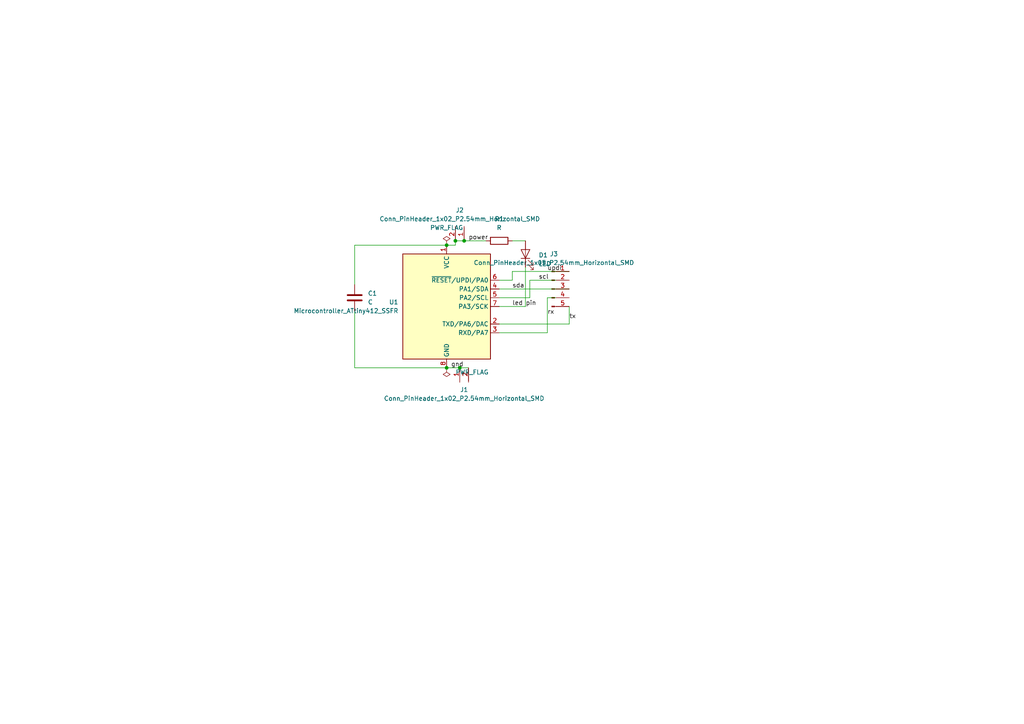
<source format=kicad_sch>
(kicad_sch (version 20211123) (generator eeschema)

  (uuid dc587071-cf10-4ce9-ae6c-4c72ef2698a5)

  (paper "A4")

  (lib_symbols
    (symbol "fab:C" (pin_numbers hide) (pin_names (offset 0.254)) (in_bom yes) (on_board yes)
      (property "Reference" "C" (id 0) (at 0.635 2.54 0)
        (effects (font (size 1.27 1.27)) (justify left))
      )
      (property "Value" "C" (id 1) (at 0.635 -2.54 0)
        (effects (font (size 1.27 1.27)) (justify left))
      )
      (property "Footprint" "fab:C_1206" (id 2) (at 0.9652 -3.81 0)
        (effects (font (size 1.27 1.27)) hide)
      )
      (property "Datasheet" "" (id 3) (at 0 0 0)
        (effects (font (size 1.27 1.27)) hide)
      )
      (property "ki_keywords" "cap capacitor" (id 4) (at 0 0 0)
        (effects (font (size 1.27 1.27)) hide)
      )
      (property "ki_description" "Unpolarized capacitor" (id 5) (at 0 0 0)
        (effects (font (size 1.27 1.27)) hide)
      )
      (property "ki_fp_filters" "C_*" (id 6) (at 0 0 0)
        (effects (font (size 1.27 1.27)) hide)
      )
      (symbol "C_0_1"
        (polyline
          (pts
            (xy -2.032 -0.762)
            (xy 2.032 -0.762)
          )
          (stroke (width 0.508) (type default) (color 0 0 0 0))
          (fill (type none))
        )
        (polyline
          (pts
            (xy -2.032 0.762)
            (xy 2.032 0.762)
          )
          (stroke (width 0.508) (type default) (color 0 0 0 0))
          (fill (type none))
        )
      )
      (symbol "C_1_1"
        (pin passive line (at 0 3.81 270) (length 2.794)
          (name "~" (effects (font (size 1.27 1.27))))
          (number "1" (effects (font (size 1.27 1.27))))
        )
        (pin passive line (at 0 -3.81 90) (length 2.794)
          (name "~" (effects (font (size 1.27 1.27))))
          (number "2" (effects (font (size 1.27 1.27))))
        )
      )
    )
    (symbol "fab:Conn_PinHeader_1x02_P2.54mm_Horizontal_SMD" (pin_names (offset 1.016)) (in_bom yes) (on_board yes)
      (property "Reference" "J" (id 0) (at 0 2.54 0)
        (effects (font (size 1.27 1.27)))
      )
      (property "Value" "Conn_PinHeader_1x02_P2.54mm_Horizontal_SMD" (id 1) (at 0 -5.08 0)
        (effects (font (size 1.27 1.27)))
      )
      (property "Footprint" "fab:PinHeader_UPDI_01x02_P2.54mm_Horizontal_SMD" (id 2) (at 0 0 0)
        (effects (font (size 1.27 1.27)) hide)
      )
      (property "Datasheet" "~" (id 3) (at 0 0 0)
        (effects (font (size 1.27 1.27)) hide)
      )
      (property "ki_keywords" "male UPDI connector" (id 4) (at 0 0 0)
        (effects (font (size 1.27 1.27)) hide)
      )
      (property "ki_description" "Male UPDI 2 pin connector" (id 5) (at 0 0 0)
        (effects (font (size 1.27 1.27)) hide)
      )
      (property "ki_fp_filters" "fab:*Header_SMD_01x??_*" (id 6) (at 0 0 0)
        (effects (font (size 1.27 1.27)) hide)
      )
      (symbol "Conn_PinHeader_1x02_P2.54mm_Horizontal_SMD_1_1"
        (polyline
          (pts
            (xy 1.27 -2.54)
            (xy 0.8636 -2.54)
          )
          (stroke (width 0.1524) (type default) (color 0 0 0 0))
          (fill (type none))
        )
        (polyline
          (pts
            (xy 1.27 0)
            (xy 0.8636 0)
          )
          (stroke (width 0.1524) (type default) (color 0 0 0 0))
          (fill (type none))
        )
        (pin passive line (at 5.08 0 180) (length 3.81)
          (name "~" (effects (font (size 1.27 1.27))))
          (number "1" (effects (font (size 1.27 1.27))))
        )
        (pin passive line (at 5.08 -2.54 180) (length 3.81)
          (name "~" (effects (font (size 1.27 1.27))))
          (number "2" (effects (font (size 1.27 1.27))))
        )
      )
    )
    (symbol "fab:Conn_PinHeader_1x05_P2.54mm_Horizontal_SMD" (pin_names (offset 1.016) hide) (in_bom yes) (on_board yes)
      (property "Reference" "J" (id 0) (at 0 7.62 0)
        (effects (font (size 1.27 1.27)))
      )
      (property "Value" "Conn_PinHeader_1x05_P2.54mm_Horizontal_SMD" (id 1) (at 0 -7.62 0)
        (effects (font (size 1.27 1.27)))
      )
      (property "Footprint" "fab:PinHeader_1x05_P2.54mm_Horizontal_SMD" (id 2) (at 0 0 0)
        (effects (font (size 1.27 1.27)) hide)
      )
      (property "Datasheet" "~" (id 3) (at 0 0 0)
        (effects (font (size 1.27 1.27)) hide)
      )
      (property "ki_keywords" "single row male connector" (id 4) (at 0 0 0)
        (effects (font (size 1.27 1.27)) hide)
      )
      (property "ki_description" "Male connector, single row" (id 5) (at 0 0 0)
        (effects (font (size 1.27 1.27)) hide)
      )
      (property "ki_fp_filters" "fab:*Header_SMD_01x??_*" (id 6) (at 0 0 0)
        (effects (font (size 1.27 1.27)) hide)
      )
      (symbol "Conn_PinHeader_1x05_P2.54mm_Horizontal_SMD_1_1"
        (polyline
          (pts
            (xy 1.27 -5.08)
            (xy 0.8636 -5.08)
          )
          (stroke (width 0.1524) (type default) (color 0 0 0 0))
          (fill (type none))
        )
        (polyline
          (pts
            (xy 1.27 -2.54)
            (xy 0.8636 -2.54)
          )
          (stroke (width 0.1524) (type default) (color 0 0 0 0))
          (fill (type none))
        )
        (polyline
          (pts
            (xy 1.27 0)
            (xy 0.8636 0)
          )
          (stroke (width 0.1524) (type default) (color 0 0 0 0))
          (fill (type none))
        )
        (polyline
          (pts
            (xy 1.27 2.54)
            (xy 0.8636 2.54)
          )
          (stroke (width 0.1524) (type default) (color 0 0 0 0))
          (fill (type none))
        )
        (polyline
          (pts
            (xy 1.27 5.08)
            (xy 0.8636 5.08)
          )
          (stroke (width 0.1524) (type default) (color 0 0 0 0))
          (fill (type none))
        )
        (rectangle (start 0.8636 -4.953) (end 0 -5.207)
          (stroke (width 0.1524) (type default) (color 0 0 0 0))
          (fill (type outline))
        )
        (rectangle (start 0.8636 -2.413) (end 0 -2.667)
          (stroke (width 0.1524) (type default) (color 0 0 0 0))
          (fill (type outline))
        )
        (rectangle (start 0.8636 0.127) (end 0 -0.127)
          (stroke (width 0.1524) (type default) (color 0 0 0 0))
          (fill (type outline))
        )
        (rectangle (start 0.8636 2.667) (end 0 2.413)
          (stroke (width 0.1524) (type default) (color 0 0 0 0))
          (fill (type outline))
        )
        (rectangle (start 0.8636 5.207) (end 0 4.953)
          (stroke (width 0.1524) (type default) (color 0 0 0 0))
          (fill (type outline))
        )
        (pin passive line (at 5.08 5.08 180) (length 3.81)
          (name "Pin_1" (effects (font (size 1.27 1.27))))
          (number "1" (effects (font (size 1.27 1.27))))
        )
        (pin passive line (at 5.08 2.54 180) (length 3.81)
          (name "Pin_2" (effects (font (size 1.27 1.27))))
          (number "2" (effects (font (size 1.27 1.27))))
        )
        (pin passive line (at 5.08 0 180) (length 3.81)
          (name "Pin_3" (effects (font (size 1.27 1.27))))
          (number "3" (effects (font (size 1.27 1.27))))
        )
        (pin passive line (at 5.08 -2.54 180) (length 3.81)
          (name "Pin_4" (effects (font (size 1.27 1.27))))
          (number "4" (effects (font (size 1.27 1.27))))
        )
        (pin passive line (at 5.08 -5.08 180) (length 3.81)
          (name "Pin_5" (effects (font (size 1.27 1.27))))
          (number "5" (effects (font (size 1.27 1.27))))
        )
      )
    )
    (symbol "fab:LED" (pin_numbers hide) (pin_names (offset 1.016) hide) (in_bom yes) (on_board yes)
      (property "Reference" "D" (id 0) (at 0 2.54 0)
        (effects (font (size 1.27 1.27)))
      )
      (property "Value" "LED" (id 1) (at 0 -2.54 0)
        (effects (font (size 1.27 1.27)))
      )
      (property "Footprint" "fab:LED_1206" (id 2) (at 0 0 0)
        (effects (font (size 1.27 1.27)) hide)
      )
      (property "Datasheet" "https://optoelectronics.liteon.com/upload/download/DS-22-98-0002/LTST-C150CKT.pdf" (id 3) (at 0 0 0)
        (effects (font (size 1.27 1.27)) hide)
      )
      (property "ki_keywords" "LED diode 1206" (id 4) (at 0 0 0)
        (effects (font (size 1.27 1.27)) hide)
      )
      (property "ki_description" "Light emitting diode, Lite-On Inc. LTST" (id 5) (at 0 0 0)
        (effects (font (size 1.27 1.27)) hide)
      )
      (property "ki_fp_filters" "LED_*" (id 6) (at 0 0 0)
        (effects (font (size 1.27 1.27)) hide)
      )
      (symbol "LED_0_1"
        (polyline
          (pts
            (xy -1.27 -1.27)
            (xy -1.27 1.27)
          )
          (stroke (width 0.2032) (type default) (color 0 0 0 0))
          (fill (type none))
        )
        (polyline
          (pts
            (xy -1.27 0)
            (xy 1.27 0)
          )
          (stroke (width 0) (type default) (color 0 0 0 0))
          (fill (type none))
        )
        (polyline
          (pts
            (xy 1.27 -1.27)
            (xy 1.27 1.27)
            (xy -1.27 0)
            (xy 1.27 -1.27)
          )
          (stroke (width 0.2032) (type default) (color 0 0 0 0))
          (fill (type none))
        )
        (polyline
          (pts
            (xy -3.048 -0.762)
            (xy -4.572 -2.286)
            (xy -3.81 -2.286)
            (xy -4.572 -2.286)
            (xy -4.572 -1.524)
          )
          (stroke (width 0) (type default) (color 0 0 0 0))
          (fill (type none))
        )
        (polyline
          (pts
            (xy -1.778 -0.762)
            (xy -3.302 -2.286)
            (xy -2.54 -2.286)
            (xy -3.302 -2.286)
            (xy -3.302 -1.524)
          )
          (stroke (width 0) (type default) (color 0 0 0 0))
          (fill (type none))
        )
      )
      (symbol "LED_1_1"
        (pin passive line (at -3.81 0 0) (length 2.54)
          (name "K" (effects (font (size 1.27 1.27))))
          (number "1" (effects (font (size 1.27 1.27))))
        )
        (pin passive line (at 3.81 0 180) (length 2.54)
          (name "A" (effects (font (size 1.27 1.27))))
          (number "2" (effects (font (size 1.27 1.27))))
        )
      )
    )
    (symbol "fab:Microcontroller_ATtiny412_SSFR" (in_bom yes) (on_board yes)
      (property "Reference" "U" (id 0) (at -12.7 17.78 0)
        (effects (font (size 1.27 1.27)) (justify left top))
      )
      (property "Value" "Microcontroller_ATtiny412_SSFR" (id 1) (at 2.54 17.78 0)
        (effects (font (size 1.27 1.27)) (justify left top))
      )
      (property "Footprint" "fab:SOIC-8_3.9x4.9mm_P1.27mm" (id 2) (at 0 0 0)
        (effects (font (size 1.27 1.27) italic) hide)
      )
      (property "Datasheet" "http://ww1.microchip.com/downloads/en/DeviceDoc/40001911A.pdf" (id 3) (at 0 0 0)
        (effects (font (size 1.27 1.27)) hide)
      )
      (property "ki_keywords" "avr tinyavr 1-series soic 8bit" (id 4) (at 0 0 0)
        (effects (font (size 1.27 1.27)) hide)
      )
      (property "ki_description" "AVR tinyAVR™ 1 Microcontroller IC 8-Bit 20MHz 4KB (4K x 8) FLASH 8-SOIC" (id 5) (at 0 0 0)
        (effects (font (size 1.27 1.27)) hide)
      )
      (property "ki_fp_filters" "SOIC-8*" (id 6) (at 0 0 0)
        (effects (font (size 1.27 1.27)) hide)
      )
      (symbol "Microcontroller_ATtiny412_SSFR_0_1"
        (rectangle (start -12.7 -15.24) (end 12.7 15.24)
          (stroke (width 0.254) (type default) (color 0 0 0 0))
          (fill (type background))
        )
      )
      (symbol "Microcontroller_ATtiny412_SSFR_1_1"
        (pin power_in line (at 0 17.78 270) (length 2.54)
          (name "VCC" (effects (font (size 1.27 1.27))))
          (number "1" (effects (font (size 1.27 1.27))))
        )
        (pin bidirectional line (at 15.24 -5.08 180) (length 2.54)
          (name "TXD/PA6/DAC" (effects (font (size 1.27 1.27))))
          (number "2" (effects (font (size 1.27 1.27))))
        )
        (pin bidirectional line (at 15.24 -7.62 180) (length 2.54)
          (name "RXD/PA7" (effects (font (size 1.27 1.27))))
          (number "3" (effects (font (size 1.27 1.27))))
        )
        (pin bidirectional line (at 15.24 5.08 180) (length 2.54)
          (name "PA1/SDA" (effects (font (size 1.27 1.27))))
          (number "4" (effects (font (size 1.27 1.27))))
        )
        (pin bidirectional line (at 15.24 2.54 180) (length 2.54)
          (name "PA2/SCL" (effects (font (size 1.27 1.27))))
          (number "5" (effects (font (size 1.27 1.27))))
        )
        (pin bidirectional line (at 15.24 7.62 180) (length 2.54)
          (name "~{RESET}/UPDI/PA0" (effects (font (size 1.27 1.27))))
          (number "6" (effects (font (size 1.27 1.27))))
        )
        (pin bidirectional line (at 15.24 0 180) (length 2.54)
          (name "PA3/SCK" (effects (font (size 1.27 1.27))))
          (number "7" (effects (font (size 1.27 1.27))))
        )
        (pin power_in line (at 0 -17.78 90) (length 2.54)
          (name "GND" (effects (font (size 1.27 1.27))))
          (number "8" (effects (font (size 1.27 1.27))))
        )
      )
    )
    (symbol "fab:R" (pin_numbers hide) (pin_names (offset 0)) (in_bom yes) (on_board yes)
      (property "Reference" "R" (id 0) (at 2.032 0 90)
        (effects (font (size 1.27 1.27)))
      )
      (property "Value" "R" (id 1) (at 0 0 90)
        (effects (font (size 1.27 1.27)))
      )
      (property "Footprint" "fab:R_1206" (id 2) (at -1.778 0 90)
        (effects (font (size 1.27 1.27)) hide)
      )
      (property "Datasheet" "~" (id 3) (at 0 0 0)
        (effects (font (size 1.27 1.27)) hide)
      )
      (property "ki_keywords" "R res resistor" (id 4) (at 0 0 0)
        (effects (font (size 1.27 1.27)) hide)
      )
      (property "ki_description" "Resistor" (id 5) (at 0 0 0)
        (effects (font (size 1.27 1.27)) hide)
      )
      (property "ki_fp_filters" "R_*" (id 6) (at 0 0 0)
        (effects (font (size 1.27 1.27)) hide)
      )
      (symbol "R_0_1"
        (rectangle (start -1.016 -2.54) (end 1.016 2.54)
          (stroke (width 0.254) (type default) (color 0 0 0 0))
          (fill (type none))
        )
      )
      (symbol "R_1_1"
        (pin passive line (at 0 3.81 270) (length 1.27)
          (name "~" (effects (font (size 1.27 1.27))))
          (number "1" (effects (font (size 1.27 1.27))))
        )
        (pin passive line (at 0 -3.81 90) (length 1.27)
          (name "~" (effects (font (size 1.27 1.27))))
          (number "2" (effects (font (size 1.27 1.27))))
        )
      )
    )
    (symbol "power:PWR_FLAG" (power) (pin_numbers hide) (pin_names (offset 0) hide) (in_bom yes) (on_board yes)
      (property "Reference" "#FLG" (id 0) (at 0 1.905 0)
        (effects (font (size 1.27 1.27)) hide)
      )
      (property "Value" "PWR_FLAG" (id 1) (at 0 3.81 0)
        (effects (font (size 1.27 1.27)))
      )
      (property "Footprint" "" (id 2) (at 0 0 0)
        (effects (font (size 1.27 1.27)) hide)
      )
      (property "Datasheet" "~" (id 3) (at 0 0 0)
        (effects (font (size 1.27 1.27)) hide)
      )
      (property "ki_keywords" "power-flag" (id 4) (at 0 0 0)
        (effects (font (size 1.27 1.27)) hide)
      )
      (property "ki_description" "Special symbol for telling ERC where power comes from" (id 5) (at 0 0 0)
        (effects (font (size 1.27 1.27)) hide)
      )
      (symbol "PWR_FLAG_0_0"
        (pin power_out line (at 0 0 90) (length 0)
          (name "pwr" (effects (font (size 1.27 1.27))))
          (number "1" (effects (font (size 1.27 1.27))))
        )
      )
      (symbol "PWR_FLAG_0_1"
        (polyline
          (pts
            (xy 0 0)
            (xy 0 1.27)
            (xy -1.016 1.905)
            (xy 0 2.54)
            (xy 1.016 1.905)
            (xy 0 1.27)
          )
          (stroke (width 0) (type default) (color 0 0 0 0))
          (fill (type none))
        )
      )
    )
  )

  (junction (at 129.54 71.12) (diameter 0) (color 0 0 0 0)
    (uuid 1cdb5d24-f9fe-4046-a8b5-9d59ad033c91)
  )
  (junction (at 132.08 69.85) (diameter 0) (color 0 0 0 0)
    (uuid 53401b8e-3ecb-45eb-986b-c04eed5ece06)
  )
  (junction (at 133.35 106.68) (diameter 0) (color 0 0 0 0)
    (uuid a8370372-03cb-421c-8d25-5ce9e0742dff)
  )
  (junction (at 134.62 69.85) (diameter 0) (color 0 0 0 0)
    (uuid beedad85-57b3-48d4-a5b8-762bf1ae0bb8)
  )
  (junction (at 129.54 106.68) (diameter 0) (color 0 0 0 0)
    (uuid d4d62340-d484-4187-a24d-d081cf0e4f39)
  )

  (wire (pts (xy 134.62 69.85) (xy 140.97 69.85))
    (stroke (width 0) (type default) (color 0 0 0 0))
    (uuid 0bf656f4-7912-4671-af55-7a0b4f54f081)
  )
  (wire (pts (xy 129.54 106.68) (xy 133.35 106.68))
    (stroke (width 0) (type default) (color 0 0 0 0))
    (uuid 0fb0ea22-7e03-40e6-8f86-a9371bc08b5e)
  )
  (wire (pts (xy 144.78 93.98) (xy 165.1 93.98))
    (stroke (width 0) (type default) (color 0 0 0 0))
    (uuid 0fc29ed5-bbf7-4378-9866-b8f4102ff88e)
  )
  (wire (pts (xy 133.35 106.68) (xy 135.89 106.68))
    (stroke (width 0) (type default) (color 0 0 0 0))
    (uuid 2020712d-4954-44bb-969a-7bf5816bd95c)
  )
  (wire (pts (xy 144.78 96.52) (xy 158.75 96.52))
    (stroke (width 0) (type default) (color 0 0 0 0))
    (uuid 38359ac8-3053-4965-971b-ac7077454511)
  )
  (wire (pts (xy 102.87 90.17) (xy 102.87 106.68))
    (stroke (width 0) (type default) (color 0 0 0 0))
    (uuid 3ece06da-6445-483c-a674-a6adf0f3a608)
  )
  (wire (pts (xy 132.08 69.85) (xy 134.62 69.85))
    (stroke (width 0) (type default) (color 0 0 0 0))
    (uuid 40ba4110-de08-4452-8c2f-ccae259e851a)
  )
  (wire (pts (xy 144.78 81.28) (xy 148.59 81.28))
    (stroke (width 0) (type default) (color 0 0 0 0))
    (uuid 4fb95810-6d57-46e8-b844-643b971504a0)
  )
  (wire (pts (xy 165.1 93.98) (xy 165.1 88.9))
    (stroke (width 0) (type default) (color 0 0 0 0))
    (uuid 546421f7-a95d-4c1e-9c71-d76991219e72)
  )
  (wire (pts (xy 153.67 81.28) (xy 153.67 86.36))
    (stroke (width 0) (type default) (color 0 0 0 0))
    (uuid 54d930a3-6789-4970-8c04-37b1e3735d44)
  )
  (wire (pts (xy 153.67 81.28) (xy 165.1 81.28))
    (stroke (width 0) (type default) (color 0 0 0 0))
    (uuid 638d13a3-7202-4ff3-8783-8f50a46d444e)
  )
  (wire (pts (xy 129.54 71.12) (xy 132.08 71.12))
    (stroke (width 0) (type default) (color 0 0 0 0))
    (uuid 6e94f21d-bc04-489b-a8e9-da3d58ba1408)
  )
  (wire (pts (xy 144.78 83.82) (xy 165.1 83.82))
    (stroke (width 0) (type default) (color 0 0 0 0))
    (uuid 711ff2ec-a10f-44bd-ab47-2c36d7085568)
  )
  (wire (pts (xy 102.87 71.12) (xy 129.54 71.12))
    (stroke (width 0) (type default) (color 0 0 0 0))
    (uuid 795167f5-49dd-4e41-9463-2cdd19efdce9)
  )
  (wire (pts (xy 158.75 86.36) (xy 165.1 86.36))
    (stroke (width 0) (type default) (color 0 0 0 0))
    (uuid 7ff69001-653a-4657-b1f3-96b48922e47f)
  )
  (wire (pts (xy 158.75 86.36) (xy 158.75 96.52))
    (stroke (width 0) (type default) (color 0 0 0 0))
    (uuid 8755fa46-5dcb-4a14-82d2-5bd072750be2)
  )
  (wire (pts (xy 152.4 77.47) (xy 152.4 88.9))
    (stroke (width 0) (type default) (color 0 0 0 0))
    (uuid 8c001263-f363-41a9-94b8-f81f1f242b8d)
  )
  (wire (pts (xy 148.59 69.85) (xy 152.4 69.85))
    (stroke (width 0) (type default) (color 0 0 0 0))
    (uuid 90c5766b-16e8-41cf-9887-068a71cf7b49)
  )
  (wire (pts (xy 148.59 81.28) (xy 148.59 78.74))
    (stroke (width 0) (type default) (color 0 0 0 0))
    (uuid b5d0f806-037d-4164-92e3-1da3522a84b3)
  )
  (wire (pts (xy 102.87 106.68) (xy 129.54 106.68))
    (stroke (width 0) (type default) (color 0 0 0 0))
    (uuid b7186f91-b23e-4285-b628-6a2dbce59179)
  )
  (wire (pts (xy 132.08 71.12) (xy 132.08 69.85))
    (stroke (width 0) (type default) (color 0 0 0 0))
    (uuid c058445d-b1a5-4a17-b9db-a19284486103)
  )
  (wire (pts (xy 152.4 88.9) (xy 144.78 88.9))
    (stroke (width 0) (type default) (color 0 0 0 0))
    (uuid d72637cf-5d4e-45a4-b4e4-399cda2d6106)
  )
  (wire (pts (xy 144.78 86.36) (xy 153.67 86.36))
    (stroke (width 0) (type default) (color 0 0 0 0))
    (uuid dbf1513c-e9b5-400b-9887-d606f94fafc3)
  )
  (wire (pts (xy 148.59 78.74) (xy 165.1 78.74))
    (stroke (width 0) (type default) (color 0 0 0 0))
    (uuid e0bca1e2-fee5-46e5-817a-ae8860964dd1)
  )
  (wire (pts (xy 102.87 82.55) (xy 102.87 71.12))
    (stroke (width 0) (type default) (color 0 0 0 0))
    (uuid feda35d6-293f-4ea9-9f87-1b8f73bc5c01)
  )

  (label "gnd" (at 130.81 106.68 0)
    (effects (font (size 1.27 1.27)) (justify left bottom))
    (uuid 3a508e66-7614-4476-abf3-17524047663f)
  )
  (label "rx" (at 158.75 91.44 0)
    (effects (font (size 1.27 1.27)) (justify left bottom))
    (uuid 62785fc4-216d-4983-9ac2-0f8d21d68772)
  )
  (label "tx" (at 165.1 92.71 0)
    (effects (font (size 1.27 1.27)) (justify left bottom))
    (uuid 7c6968c0-fe3f-4461-bd16-269e440f9e68)
  )
  (label "sda" (at 148.59 83.82 0)
    (effects (font (size 1.27 1.27)) (justify left bottom))
    (uuid 80c46857-bc38-48fb-b608-9af80d99014d)
  )
  (label "power" (at 135.89 69.85 0)
    (effects (font (size 1.27 1.27)) (justify left bottom))
    (uuid b092272b-afc2-4b95-b23e-48c3d3080f6e)
  )
  (label "led pin" (at 148.59 88.9 0)
    (effects (font (size 1.27 1.27)) (justify left bottom))
    (uuid bb153e84-0bb1-4339-abc2-fff39dfae233)
  )
  (label "updi" (at 158.75 78.74 0)
    (effects (font (size 1.27 1.27)) (justify left bottom))
    (uuid cac90a5b-9517-4bc2-b219-cc01b26bfbf8)
  )
  (label "scl" (at 156.21 81.28 0)
    (effects (font (size 1.27 1.27)) (justify left bottom))
    (uuid ec56623e-4912-4689-84f9-ceb62a5a5126)
  )

  (symbol (lib_id "fab:R") (at 144.78 69.85 90) (unit 1)
    (in_bom yes) (on_board yes) (fields_autoplaced)
    (uuid 28662ed3-a215-401f-9ecf-76f547f48d03)
    (property "Reference" "R1" (id 0) (at 144.78 63.5 90))
    (property "Value" "R" (id 1) (at 144.78 66.04 90))
    (property "Footprint" "fab:R_1206" (id 2) (at 144.78 71.628 90)
      (effects (font (size 1.27 1.27)) hide)
    )
    (property "Datasheet" "~" (id 3) (at 144.78 69.85 0)
      (effects (font (size 1.27 1.27)) hide)
    )
    (pin "1" (uuid 26e7ba0d-04aa-49ee-903e-057cd263faed))
    (pin "2" (uuid 389a4c98-b247-4662-ab1b-1f7905be598b))
  )

  (symbol (lib_id "fab:Microcontroller_ATtiny412_SSFR") (at 129.54 88.9 0) (unit 1)
    (in_bom yes) (on_board yes) (fields_autoplaced)
    (uuid 5bc3b26b-97af-443e-88ec-f1e480af5ab0)
    (property "Reference" "U1" (id 0) (at 115.57 87.6299 0)
      (effects (font (size 1.27 1.27)) (justify right))
    )
    (property "Value" "Microcontroller_ATtiny412_SSFR" (id 1) (at 115.57 90.1699 0)
      (effects (font (size 1.27 1.27)) (justify right))
    )
    (property "Footprint" "fab:SOIC-8_3.9x4.9mm_P1.27mm" (id 2) (at 129.54 88.9 0)
      (effects (font (size 1.27 1.27) italic) hide)
    )
    (property "Datasheet" "http://ww1.microchip.com/downloads/en/DeviceDoc/40001911A.pdf" (id 3) (at 129.54 88.9 0)
      (effects (font (size 1.27 1.27)) hide)
    )
    (pin "1" (uuid e5b1a537-025d-4960-bf65-60bf80ff2612))
    (pin "2" (uuid 59a5c6ab-d31a-4edc-bdbf-2291924abbc1))
    (pin "3" (uuid 8abaee25-a262-4309-8b76-32f8b2d7e0ff))
    (pin "4" (uuid 7fe205fe-6e0e-4d47-97e6-ac4d30e9624d))
    (pin "5" (uuid 2545c40d-c5a0-44b7-87db-18f60adb5bad))
    (pin "6" (uuid f311b56d-bf9d-4440-a0f6-3437d0e78bcd))
    (pin "7" (uuid d0ced54f-6264-423b-87ce-3bef76a25c53))
    (pin "8" (uuid a3830df9-d1d3-4c2b-bae2-e61676fadddd))
  )

  (symbol (lib_id "fab:LED") (at 152.4 73.66 90) (unit 1)
    (in_bom yes) (on_board yes) (fields_autoplaced)
    (uuid 71abad6c-458d-4215-a314-804c61e2af0c)
    (property "Reference" "D1" (id 0) (at 156.21 73.9901 90)
      (effects (font (size 1.27 1.27)) (justify right))
    )
    (property "Value" "LED" (id 1) (at 156.21 76.5301 90)
      (effects (font (size 1.27 1.27)) (justify right))
    )
    (property "Footprint" "fab:LED_1206" (id 2) (at 152.4 73.66 0)
      (effects (font (size 1.27 1.27)) hide)
    )
    (property "Datasheet" "https://optoelectronics.liteon.com/upload/download/DS-22-98-0002/LTST-C150CKT.pdf" (id 3) (at 152.4 73.66 0)
      (effects (font (size 1.27 1.27)) hide)
    )
    (pin "1" (uuid 6ed5c84d-0fcf-4468-9101-ae43e2ccaf4e))
    (pin "2" (uuid d648eaaa-3a89-4bb2-9494-d54ed1d490a3))
  )

  (symbol (lib_id "power:PWR_FLAG") (at 129.54 106.68 180) (unit 1)
    (in_bom yes) (on_board yes) (fields_autoplaced)
    (uuid b6a45c84-b275-401c-8ad5-4def400f7c11)
    (property "Reference" "#FLG0101" (id 0) (at 129.54 108.585 0)
      (effects (font (size 1.27 1.27)) hide)
    )
    (property "Value" "PWR_FLAG" (id 1) (at 132.08 107.9499 0)
      (effects (font (size 1.27 1.27)) (justify right))
    )
    (property "Footprint" "" (id 2) (at 129.54 106.68 0)
      (effects (font (size 1.27 1.27)) hide)
    )
    (property "Datasheet" "~" (id 3) (at 129.54 106.68 0)
      (effects (font (size 1.27 1.27)) hide)
    )
    (pin "1" (uuid b2ecd0a3-1843-4039-946d-80811eb951fc))
  )

  (symbol (lib_id "power:PWR_FLAG") (at 129.54 71.12 0) (unit 1)
    (in_bom yes) (on_board yes) (fields_autoplaced)
    (uuid cc9d0641-51a5-472d-bca8-2746e46cc3ae)
    (property "Reference" "#FLG0102" (id 0) (at 129.54 69.215 0)
      (effects (font (size 1.27 1.27)) hide)
    )
    (property "Value" "PWR_FLAG" (id 1) (at 129.54 66.04 0))
    (property "Footprint" "" (id 2) (at 129.54 71.12 0)
      (effects (font (size 1.27 1.27)) hide)
    )
    (property "Datasheet" "~" (id 3) (at 129.54 71.12 0)
      (effects (font (size 1.27 1.27)) hide)
    )
    (pin "1" (uuid 1916ece3-1547-450d-9de7-b0220b4c97bc))
  )

  (symbol (lib_id "fab:Conn_PinHeader_1x02_P2.54mm_Horizontal_SMD") (at 133.35 111.76 90) (unit 1)
    (in_bom yes) (on_board yes) (fields_autoplaced)
    (uuid dea3292f-3b58-420e-b1ad-dadf68522161)
    (property "Reference" "J1" (id 0) (at 134.62 113.03 90))
    (property "Value" "Conn_PinHeader_1x02_P2.54mm_Horizontal_SMD" (id 1) (at 134.62 115.57 90))
    (property "Footprint" "fab:PinHeader_UPDI_01x02_P2.54mm_Horizontal_SMD" (id 2) (at 133.35 111.76 0)
      (effects (font (size 1.27 1.27)) hide)
    )
    (property "Datasheet" "~" (id 3) (at 133.35 111.76 0)
      (effects (font (size 1.27 1.27)) hide)
    )
    (pin "1" (uuid 1defacb9-7bca-41a0-b362-3566a384c9da))
    (pin "2" (uuid 0abd9d53-e15b-46ed-a9e6-cb5a12201568))
  )

  (symbol (lib_id "fab:C") (at 102.87 86.36 0) (unit 1)
    (in_bom yes) (on_board yes) (fields_autoplaced)
    (uuid df3397ec-90b8-4074-8bec-e526c92a63c2)
    (property "Reference" "C1" (id 0) (at 106.68 85.0899 0)
      (effects (font (size 1.27 1.27)) (justify left))
    )
    (property "Value" "C" (id 1) (at 106.68 87.6299 0)
      (effects (font (size 1.27 1.27)) (justify left))
    )
    (property "Footprint" "fab:C_1206" (id 2) (at 103.8352 90.17 0)
      (effects (font (size 1.27 1.27)) hide)
    )
    (property "Datasheet" "" (id 3) (at 102.87 86.36 0)
      (effects (font (size 1.27 1.27)) hide)
    )
    (pin "1" (uuid b52dbab3-43dc-4b37-9863-d5d226866c8c))
    (pin "2" (uuid d299cc90-9654-4988-bc41-ee0b8be6774e))
  )

  (symbol (lib_id "fab:Conn_PinHeader_1x05_P2.54mm_Horizontal_SMD") (at 160.02 83.82 0) (unit 1)
    (in_bom yes) (on_board yes) (fields_autoplaced)
    (uuid e5038abe-6251-45da-adee-0bf03edb330a)
    (property "Reference" "J3" (id 0) (at 160.655 73.66 0))
    (property "Value" "Conn_PinHeader_1x05_P2.54mm_Horizontal_SMD" (id 1) (at 160.655 76.2 0))
    (property "Footprint" "fab:PinHeader_1x05_P2.54mm_Horizontal_SMD" (id 2) (at 160.02 83.82 0)
      (effects (font (size 1.27 1.27)) hide)
    )
    (property "Datasheet" "~" (id 3) (at 160.02 83.82 0)
      (effects (font (size 1.27 1.27)) hide)
    )
    (pin "1" (uuid 054cf3c3-5314-4f57-bf8b-984f653a5be3))
    (pin "2" (uuid 14c508c5-2759-45e1-a8a6-c4ecab466e96))
    (pin "3" (uuid 45badfed-eaac-416c-9bd9-db8b3bb2c682))
    (pin "4" (uuid f42cb542-37df-40fc-84b0-0bdf3b672e3b))
    (pin "5" (uuid 8659a7bd-721d-4944-a790-2e3983ed7c4c))
  )

  (symbol (lib_id "fab:Conn_PinHeader_1x02_P2.54mm_Horizontal_SMD") (at 134.62 64.77 270) (unit 1)
    (in_bom yes) (on_board yes) (fields_autoplaced)
    (uuid e53dbb6a-d65d-44d2-bbce-bb43e3bb5547)
    (property "Reference" "J2" (id 0) (at 133.35 60.96 90))
    (property "Value" "Conn_PinHeader_1x02_P2.54mm_Horizontal_SMD" (id 1) (at 133.35 63.5 90))
    (property "Footprint" "fab:PinHeader_UPDI_01x02_P2.54mm_Horizontal_SMD" (id 2) (at 134.62 64.77 0)
      (effects (font (size 1.27 1.27)) hide)
    )
    (property "Datasheet" "~" (id 3) (at 134.62 64.77 0)
      (effects (font (size 1.27 1.27)) hide)
    )
    (pin "1" (uuid 45cd075f-5583-4436-8cfc-bd48581e1064))
    (pin "2" (uuid 641b0539-a19e-4f91-ad44-9a0d1b8478f4))
  )

  (sheet_instances
    (path "/" (page "1"))
  )

  (symbol_instances
    (path "/b6a45c84-b275-401c-8ad5-4def400f7c11"
      (reference "#FLG0101") (unit 1) (value "PWR_FLAG") (footprint "")
    )
    (path "/cc9d0641-51a5-472d-bca8-2746e46cc3ae"
      (reference "#FLG0102") (unit 1) (value "PWR_FLAG") (footprint "")
    )
    (path "/df3397ec-90b8-4074-8bec-e526c92a63c2"
      (reference "C1") (unit 1) (value "C") (footprint "fab:C_1206")
    )
    (path "/71abad6c-458d-4215-a314-804c61e2af0c"
      (reference "D1") (unit 1) (value "LED") (footprint "fab:LED_1206")
    )
    (path "/dea3292f-3b58-420e-b1ad-dadf68522161"
      (reference "J1") (unit 1) (value "Conn_PinHeader_1x02_P2.54mm_Horizontal_SMD") (footprint "fab:PinHeader_UPDI_01x02_P2.54mm_Horizontal_SMD")
    )
    (path "/e53dbb6a-d65d-44d2-bbce-bb43e3bb5547"
      (reference "J2") (unit 1) (value "Conn_PinHeader_1x02_P2.54mm_Horizontal_SMD") (footprint "fab:PinHeader_UPDI_01x02_P2.54mm_Horizontal_SMD")
    )
    (path "/e5038abe-6251-45da-adee-0bf03edb330a"
      (reference "J3") (unit 1) (value "Conn_PinHeader_1x05_P2.54mm_Horizontal_SMD") (footprint "fab:PinHeader_1x05_P2.54mm_Horizontal_SMD")
    )
    (path "/28662ed3-a215-401f-9ecf-76f547f48d03"
      (reference "R1") (unit 1) (value "R") (footprint "fab:R_1206")
    )
    (path "/5bc3b26b-97af-443e-88ec-f1e480af5ab0"
      (reference "U1") (unit 1) (value "Microcontroller_ATtiny412_SSFR") (footprint "fab:SOIC-8_3.9x4.9mm_P1.27mm")
    )
  )
)

</source>
